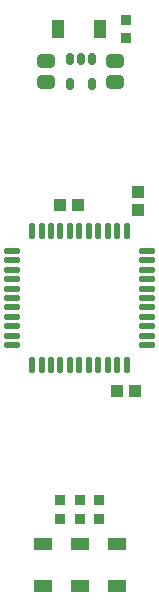
<source format=gbp>
G04*
G04 #@! TF.GenerationSoftware,Altium Limited,Altium Designer,21.0.8 (223)*
G04*
G04 Layer_Color=128*
%FSLAX25Y25*%
%MOIN*%
G70*
G04*
G04 #@! TF.SameCoordinates,A92B238D-CFD9-4CD7-8B95-F340C1F2EFB7*
G04*
G04*
G04 #@! TF.FilePolarity,Positive*
G04*
G01*
G75*
G04:AMPARAMS|DCode=21|XSize=45.28mil|YSize=57.09mil|CornerRadius=11.32mil|HoleSize=0mil|Usage=FLASHONLY|Rotation=270.000|XOffset=0mil|YOffset=0mil|HoleType=Round|Shape=RoundedRectangle|*
%AMROUNDEDRECTD21*
21,1,0.04528,0.03445,0,0,270.0*
21,1,0.02264,0.05709,0,0,270.0*
1,1,0.02264,-0.01722,-0.01132*
1,1,0.02264,-0.01722,0.01132*
1,1,0.02264,0.01722,0.01132*
1,1,0.02264,0.01722,-0.01132*
%
%ADD21ROUNDEDRECTD21*%
%ADD22R,0.04134X0.03937*%
G04:AMPARAMS|DCode=23|XSize=23.62mil|YSize=39.37mil|CornerRadius=5.91mil|HoleSize=0mil|Usage=FLASHONLY|Rotation=0.000|XOffset=0mil|YOffset=0mil|HoleType=Round|Shape=RoundedRectangle|*
%AMROUNDEDRECTD23*
21,1,0.02362,0.02756,0,0,0.0*
21,1,0.01181,0.03937,0,0,0.0*
1,1,0.01181,0.00591,-0.01378*
1,1,0.01181,-0.00591,-0.01378*
1,1,0.01181,-0.00591,0.01378*
1,1,0.01181,0.00591,0.01378*
%
%ADD23ROUNDEDRECTD23*%
%ADD24R,0.03937X0.06299*%
%ADD25R,0.06299X0.03937*%
%ADD26R,0.03740X0.03543*%
%ADD27O,0.05512X0.02165*%
%ADD28O,0.02165X0.05512*%
%ADD29R,0.03937X0.04134*%
D21*
X25000Y180043D02*
D03*
Y172957D02*
D03*
X48000Y180043D02*
D03*
Y172957D02*
D03*
D22*
X54504Y70004D02*
D03*
X48598D02*
D03*
X29700Y131800D02*
D03*
X35605D02*
D03*
D23*
X40240Y172327D02*
D03*
X32760D02*
D03*
X40240Y180673D02*
D03*
X36500D02*
D03*
X32760D02*
D03*
D24*
X29000Y190500D02*
D03*
X43000D02*
D03*
D25*
X23800Y19000D02*
D03*
Y5000D02*
D03*
X36100Y19000D02*
D03*
Y5000D02*
D03*
X48400D02*
D03*
Y19000D02*
D03*
D26*
X42600Y27100D02*
D03*
Y33399D02*
D03*
X29600D02*
D03*
Y27100D02*
D03*
X36100Y33399D02*
D03*
Y27100D02*
D03*
X51600Y187401D02*
D03*
Y193700D02*
D03*
D27*
X13559Y85154D02*
D03*
Y88303D02*
D03*
Y91453D02*
D03*
Y94602D02*
D03*
Y97752D02*
D03*
Y100902D02*
D03*
Y104051D02*
D03*
Y107201D02*
D03*
Y110350D02*
D03*
Y113500D02*
D03*
Y116650D02*
D03*
X58441D02*
D03*
Y113500D02*
D03*
Y110350D02*
D03*
Y107201D02*
D03*
Y104051D02*
D03*
Y100902D02*
D03*
Y97752D02*
D03*
Y94602D02*
D03*
Y91453D02*
D03*
Y88303D02*
D03*
Y85154D02*
D03*
D28*
X20252Y123343D02*
D03*
X23402D02*
D03*
X26551D02*
D03*
X29701D02*
D03*
X32850D02*
D03*
X36000D02*
D03*
X39150D02*
D03*
X42299D02*
D03*
X45449D02*
D03*
X48598D02*
D03*
X51748D02*
D03*
Y78461D02*
D03*
X48598D02*
D03*
X45449D02*
D03*
X42299D02*
D03*
X39150D02*
D03*
X36000D02*
D03*
X32850D02*
D03*
X29701D02*
D03*
X26551D02*
D03*
X23402D02*
D03*
X20252D02*
D03*
D29*
X55600Y136205D02*
D03*
Y130300D02*
D03*
M02*

</source>
